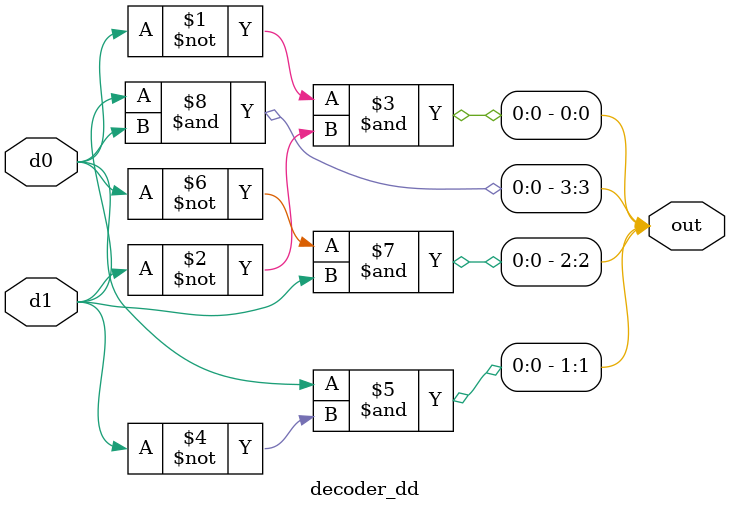
<source format=sv>
`timescale 1ns / 1ps


module decoder_dd(
    input d0,d1,
    output [3:0] out
    );
    
    assign out[0] = (~d0 & ~ d1);
    assign out[1] = (d0 & ~d1);
    assign out[2] = (~d0 & d1);
    assign out[3] = (d1 & d0);
    
endmodule

</source>
